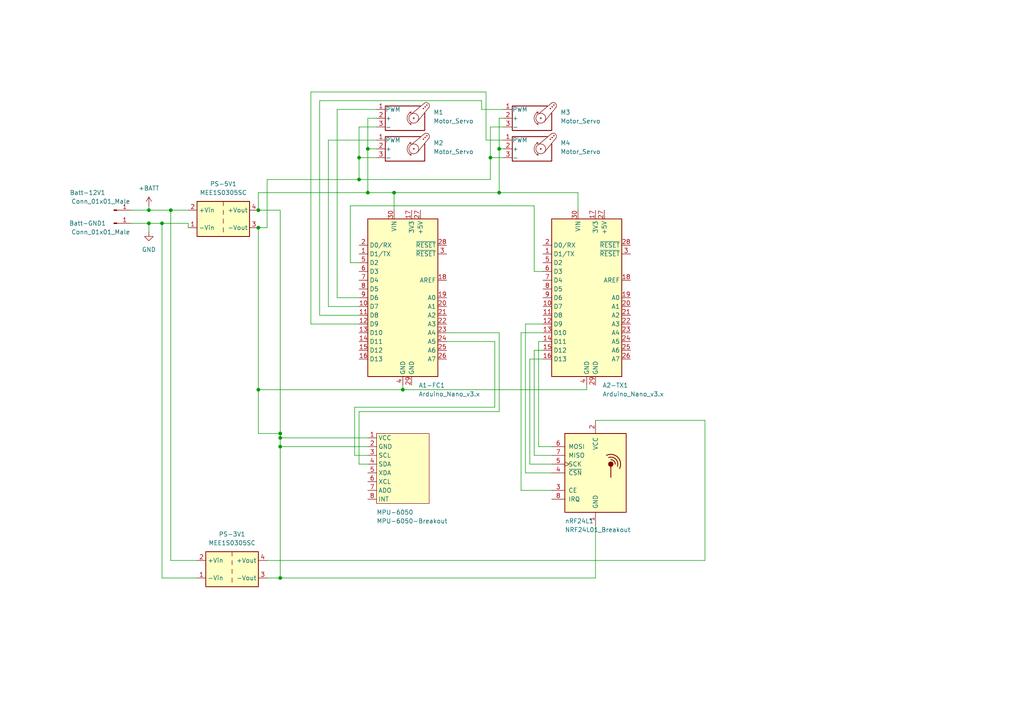
<source format=kicad_sch>
(kicad_sch (version 20211123) (generator eeschema)
  (paper "A4")
  (lib_symbols
    (symbol "Connector:Conn_01x01_Male" (pin_names (offset 1.016) hide)
      (property "Reference" "J" (at 0 2.54 0))
      (property "Value" "Conn_01x01_Male" (at 0 -2.54 0))
      (symbol "Conn_01x01_Male_1_1"
        (polyline (pts (xy 1.27 0) (xy 0.8636 0)) (stroke (width 0.1524)))
        (rectangle (start 0.8636 0.127) (end 0 -0.127) (stroke (width 0.1524)) (fill (type outline)))
        (pin passive line (at 5.08 0 180) (length 3.81) (name "Pin_1") (number "1"))
      )
    )
    (symbol "Converter_DCDC:MEE1S0305SC"
      (property "Reference" "PS" (at -7.62 6.35 0))
      (property "Value" "MEE1S0305SC" (at 1.27 6.35 0))
      (symbol "MEE1S0305SC_0_0"
        (pin power_in line (at -10.16 -2.54 0) (length 2.54) (name "-Vin") (number "1"))
        (pin power_in line (at -10.16 2.54 0) (length 2.54) (name "+Vin") (number "2"))
        (pin power_out line (at 10.16 -2.54 180) (length 2.54) (name "-Vout") (number "3"))
        (pin power_out line (at 10.16 2.54 180) (length 2.54) (name "+Vout") (number "4"))
      )
      (symbol "MEE1S0305SC_0_1"
        (rectangle (start -7.62 5.08) (end 7.62 -5.08) (stroke (width 0.254)) (fill (type background)))
        (polyline (pts (xy 0 -2.54) (xy 0 -3.81)))
        (polyline (pts (xy 0 0) (xy 0 -1.27)))
        (polyline (pts (xy 0 2.54) (xy 0 1.27)))
        (polyline (pts (xy 0 5.08) (xy 0 3.81)))
      )
    )
    (symbol "MCU_Module:Arduino_Nano_v3.x"
      (property "Reference" "A" (at -10.16 23.495 0))
      (property "Value" "Arduino_Nano_v3.x" (at 5.08 -24.13 0))
      (symbol "Arduino_Nano_v3.x_0_1"
        (rectangle (start -10.16 22.86) (end 10.16 -22.86) (stroke (width 0.254)) (fill (type background)))
      )
      (symbol "Arduino_Nano_v3.x_1_1"
        (pin bidirectional line (at -12.7 12.7 0) (length 2.54) (name "D1/TX") (number "1"))
        (pin bidirectional line (at -12.7 -2.54 0) (length 2.54) (name "D7") (number "10"))
        (pin bidirectional line (at -12.7 -5.08 0) (length 2.54) (name "D8") (number "11"))
        (pin bidirectional line (at -12.7 -7.62 0) (length 2.54) (name "D9") (number "12"))
        (pin bidirectional line (at -12.7 -10.16 0) (length 2.54) (name "D10") (number "13"))
        (pin bidirectional line (at -12.7 -12.7 0) (length 2.54) (name "D11") (number "14"))
        (pin bidirectional line (at -12.7 -15.24 0) (length 2.54) (name "D12") (number "15"))
        (pin bidirectional line (at -12.7 -17.78 0) (length 2.54) (name "D13") (number "16"))
        (pin power_out line (at 2.54 25.4 270) (length 2.54) (name "3V3") (number "17"))
        (pin input line (at 12.7 5.08 180) (length 2.54) (name "AREF") (number "18"))
        (pin bidirectional line (at 12.7 0 180) (length 2.54) (name "A0") (number "19"))
        (pin bidirectional line (at -12.7 15.24 0) (length 2.54) (name "D0/RX") (number "2"))
        (pin bidirectional line (at 12.7 -2.54 180) (length 2.54) (name "A1") (number "20"))
        (pin bidirectional line (at 12.7 -5.08 180) (length 2.54) (name "A2") (number "21"))
        (pin bidirectional line (at 12.7 -7.62 180) (length 2.54) (name "A3") (number "22"))
        (pin bidirectional line (at 12.7 -10.16 180) (length 2.54) (name "A4") (number "23"))
        (pin bidirectional line (at 12.7 -12.7 180) (length 2.54) (name "A5") (number "24"))
        (pin bidirectional line (at 12.7 -15.24 180) (length 2.54) (name "A6") (number "25"))
        (pin bidirectional line (at 12.7 -17.78 180) (length 2.54) (name "A7") (number "26"))
        (pin power_out line (at 5.08 25.4 270) (length 2.54) (name "+5V") (number "27"))
        (pin input line (at 12.7 15.24 180) (length 2.54) (name "~{RESET}") (number "28"))
        (pin power_in line (at 2.54 -25.4 90) (length 2.54) (name "GND") (number "29"))
        (pin input line (at 12.7 12.7 180) (length 2.54) (name "~{RESET}") (number "3"))
        (pin power_in line (at -2.54 25.4 270) (length 2.54) (name "VIN") (number "30"))
        (pin power_in line (at 0 -25.4 90) (length 2.54) (name "GND") (number "4"))
        (pin bidirectional line (at -12.7 10.16 0) (length 2.54) (name "D2") (number "5"))
        (pin bidirectional line (at -12.7 7.62 0) (length 2.54) (name "D3") (number "6"))
        (pin bidirectional line (at -12.7 5.08 0) (length 2.54) (name "D4") (number "7"))
        (pin bidirectional line (at -12.7 2.54 0) (length 2.54) (name "D5") (number "8"))
        (pin bidirectional line (at -12.7 0 0) (length 2.54) (name "D6") (number "9"))
      )
    )
    (symbol "Motor:Motor_Servo" (pin_names (offset 0.0254))
      (property "Reference" "M" (at -5.08 4.445 0))
      (property "Value" "Motor_Servo" (at -5.08 -4.064 0))
      (symbol "Motor_Servo_0_1"
        (polyline (pts (xy 2.413 -1.778) (xy 2.032 -1.778)))
        (polyline (pts (xy 2.413 -1.778) (xy 2.286 -1.397)))
        (polyline (pts (xy 2.413 1.778) (xy 1.905 1.778)))
        (polyline (pts (xy 2.413 1.778) (xy 2.286 1.397)))
        (polyline (pts (xy 6.35 4.445) (xy 2.54 1.27)))
        (polyline (pts (xy 7.62 3.175) (xy 4.191 -1.016)))
        (polyline (pts (xy 5.08 3.556) (xy -5.08 3.556) (xy -5.08 -3.556) (xy 6.35 -3.556) (xy 6.35 1.524)) (stroke (width 0.254)))
        (arc (start 2.413 1.778) (mid 1.2406 0) (end 2.413 -1.778))
        (circle (center 3.175 0) (radius 0.1778))
        (circle (center 3.175 0) (radius 1.4224))
        (circle (center 5.969 2.794) (radius 0.127))
        (circle (center 6.477 3.302) (radius 0.127))
        (circle (center 6.985 3.81) (radius 0.127))
        (arc (start 7.62 3.175) (mid 7.4485 4.2735) (end 6.35 4.445))
      )
      (symbol "Motor_Servo_1_1"
        (pin passive line (at -7.62 2.54 0) (length 2.54) (name "PWM") (number "1"))
        (pin passive line (at -7.62 0 0) (length 2.54) (name "+") (number "2"))
        (pin passive line (at -7.62 -2.54 0) (length 2.54) (name "-") (number "3"))
      )
    )
    (symbol "RF:NRF24L01_Breakout" (pin_names (offset 1.016))
      (property "Reference" "U" (at -8.89 12.7 0))
      (property "Value" "NRF24L01_Breakout" (at 3.81 12.7 0))
      (symbol "NRF24L01_Breakout_0_1"
        (rectangle (start -8.89 11.43) (end 8.89 -11.43) (stroke (width 0.254)) (fill (type background)))
        (polyline (pts (xy 4.445 1.905) (xy 4.445 -1.27)) (stroke (width 0.254)))
        (circle (center 4.445 2.54) (radius 0.635) (stroke (width 0.254)) (fill (type outline)))
        (arc (start 5.715 2.54) (mid 5.3521 3.4546) (end 4.445 3.81) (stroke (width 0.254)))
        (arc (start 6.35 1.905) (mid 5.8763 3.9854) (end 3.81 4.445) (stroke (width 0.254)))
        (arc (start 6.985 1.27) (mid 6.453 4.548) (end 3.175 5.08) (stroke (width 0.254)))
      )
      (symbol "NRF24L01_Breakout_1_1"
        (pin power_in line (at 0 -15.24 90) (length 3.81) (name "GND") (number "1"))
        (pin power_in line (at 0 15.24 270) (length 3.81) (name "VCC") (number "2"))
        (pin input line (at -12.7 -5.08 0) (length 3.81) (name "CE") (number "3"))
        (pin input line (at -12.7 0 0) (length 3.81) (name "~{CSN}") (number "4"))
        (pin input clock (at -12.7 2.54 0) (length 3.81) (name "SCK") (number "5"))
        (pin input line (at -12.7 7.62 0) (length 3.81) (name "MOSI") (number "6"))
        (pin output line (at -12.7 5.08 0) (length 3.81) (name "MISO") (number "7"))
        (pin output line (at -12.7 -7.62 0) (length 3.81) (name "IRQ") (number "8"))
      )
    )
    (symbol "Sensor_Motion:MPU-6050-Breakout"
      (property "Reference" "MPU-6050-Arduino" (at 29.21 3.81 0))
      (property "Value" "MPU-6050-Breakout" (at -26.67 6.35 0))
      (symbol "MPU-6050-Breakout_0_0"
        (pin power_in line (at -10.16 8.89 0) (length 2.54) (name "VCC") (number "1"))
        (pin power_in line (at -10.16 6.35 0) (length 2.54) (name "GND") (number "2"))
        (pin unspecified line (at -10.16 3.81 0) (length 2.54) (name "SCL") (number "3"))
        (pin unspecified line (at -10.16 1.27 0) (length 2.54) (name "SDA") (number "4"))
        (pin unspecified line (at -10.16 -1.27 0) (length 2.54) (name "XDA") (number "5"))
        (pin unspecified line (at -10.16 -3.81 0) (length 2.54) (name "XCL") (number "6"))
        (pin unspecified line (at -10.16 -6.35 0) (length 2.54) (name "ADO") (number "7"))
        (pin unspecified line (at -10.16 -8.89 0) (length 2.54) (name "INT") (number "8"))
      )
      (symbol "MPU-6050-Breakout_0_1"
        (rectangle (start -7.62 10.16) (end 7.62 -10.16) (fill (type background)))
      )
    )
    (symbol "power:+BATT" (power) (pin_names (offset 0))
      (property "Value" "+BATT" (at 0 3.556 0))
      (symbol "+BATT_0_1"
        (polyline (pts (xy -0.762 1.27) (xy 0 2.54)))
        (polyline (pts (xy 0 0) (xy 0 2.54)))
        (polyline (pts (xy 0 2.54) (xy 0.762 1.27)))
      )
      (symbol "+BATT_1_1"
        (pin power_in line (at 0 0 90) (length 0) hide (name "+BATT") (number "1"))
      )
    )
    (symbol "power:GND" (power) (pin_names (offset 0))
      (property "Value" "GND" (at 0 -3.81 0))
      (symbol "GND_0_1"
        (polyline (pts (xy 0 0) (xy 0 -1.27) (xy 1.27 -1.27) (xy 0 -2.54) (xy -1.27 -1.27) (xy 0 -1.27)))
      )
      (symbol "GND_1_1"
        (pin power_in line (at 0 0 270) (length 0) hide (name "GND") (number "1"))
      )
    )
  )
  (junction (at 144.78 43.18))
  (junction (at 74.93 66.04))
  (junction (at 81.28 125.73))
  (junction (at 74.93 113.03))
  (junction (at 104.14 45.72))
  (junction (at 114.3 55.88))
  (junction (at 81.28 167.64))
  (junction (at 49.53 60.96))
  (junction (at 116.84 113.03))
  (junction (at 106.68 55.88))
  (junction (at 106.68 43.18))
  (junction (at 142.24 45.72))
  (junction (at 104.14 52.07))
  (junction (at 144.78 55.88))
  (junction (at 43.18 60.96))
  (junction (at 81.28 129.54))
  (junction (at 46.99 64.77))
  (junction (at 81.28 127))
  (junction (at 43.18 64.77))
  (junction (at 74.93 60.96))
  (wire (pts (xy 144.78 119.38) (xy 144.78 96.52)))
  (wire (pts (xy 146.05 34.29) (xy 144.78 34.29)))
  (wire (pts (xy 104.14 36.83) (xy 104.14 45.72)))
  (wire (pts (xy 90.17 26.67) (xy 90.17 93.98)))
  (wire (pts (xy 142.24 45.72) (xy 142.24 52.07)))
  (wire (pts (xy 81.28 167.64) (xy 77.47 167.64)))
  (wire (pts (xy 81.28 125.73) (xy 74.93 125.73)))
  (wire (pts (xy 109.22 40.64) (xy 95.25 40.64)))
  (wire (pts (xy 74.93 125.73) (xy 74.93 113.03)))
  (wire (pts (xy 152.4 137.16) (xy 152.4 93.98)))
  (wire (pts (xy 144.78 55.88) (xy 167.64 55.88)))
  (wire (pts (xy 154.94 132.08) (xy 154.94 101.6)))
  (wire (pts (xy 146.05 43.18) (xy 144.78 43.18)))
  (wire (pts (xy 160.02 134.62) (xy 153.67 134.62)))
  (wire (pts (xy 204.47 162.56) (xy 77.47 162.56)))
  (wire (pts (xy 146.05 36.83) (xy 142.24 36.83)))
  (wire (pts (xy 109.22 36.83) (xy 104.14 36.83)))
  (wire (pts (xy 102.87 118.11) (xy 102.87 132.08)))
  (wire (pts (xy 49.53 162.56) (xy 57.15 162.56)))
  (wire (pts (xy 114.3 55.88) (xy 106.68 55.88)))
  (wire (pts (xy 151.13 96.52) (xy 157.48 96.52)))
  (wire (pts (xy 95.25 88.9) (xy 104.14 88.9)))
  (wire (pts (xy 114.3 55.88) (xy 144.78 55.88)))
  (wire (pts (xy 154.94 101.6) (xy 157.48 101.6)))
  (wire (pts (xy 140.97 26.67) (xy 90.17 26.67)))
  (wire (pts (xy 46.99 64.77) (xy 54.61 64.77)))
  (wire (pts (xy 160.02 129.54) (xy 156.21 129.54)))
  (wire (pts (xy 142.24 36.83) (xy 142.24 45.72)))
  (wire (pts (xy 109.22 43.18) (xy 106.68 43.18)))
  (wire (pts (xy 81.28 60.96) (xy 81.28 125.73)))
  (wire (pts (xy 77.47 52.07) (xy 77.47 66.04)))
  (wire (pts (xy 104.14 52.07) (xy 77.47 52.07)))
  (wire (pts (xy 95.25 40.64) (xy 95.25 88.9)))
  (wire (pts (xy 106.68 129.54) (xy 81.28 129.54)))
  (wire (pts (xy 43.18 64.77) (xy 46.99 64.77)))
  (wire (pts (xy 142.24 52.07) (xy 104.14 52.07)))
  (wire (pts (xy 160.02 132.08) (xy 154.94 132.08)))
  (wire (pts (xy 153.67 104.14) (xy 157.48 104.14)))
  (wire (pts (xy 154.94 78.74) (xy 154.94 59.69)))
  (wire (pts (xy 74.93 55.88) (xy 74.93 60.96)))
  (wire (pts (xy 104.14 119.38) (xy 144.78 119.38)))
  (wire (pts (xy 74.93 66.04) (xy 74.93 113.03)))
  (wire (pts (xy 144.78 96.52) (xy 129.54 96.52)))
  (wire (pts (xy 81.28 127) (xy 106.68 127)))
  (wire (pts (xy 114.3 55.88) (xy 114.3 60.96)))
  (wire (pts (xy 146.05 31.75) (xy 139.7 31.75)))
  (wire (pts (xy 101.6 59.69) (xy 154.94 59.69)))
  (wire (pts (xy 172.72 152.4) (xy 172.72 167.64)))
  (wire (pts (xy 77.47 66.04) (xy 74.93 66.04)))
  (wire (pts (xy 157.48 78.74) (xy 154.94 78.74)))
  (wire (pts (xy 102.87 132.08) (xy 106.68 132.08)))
  (wire (pts (xy 153.67 134.62) (xy 153.67 104.14)))
  (wire (pts (xy 106.68 55.88) (xy 74.93 55.88)))
  (wire (pts (xy 160.02 137.16) (xy 152.4 137.16)))
  (wire (pts (xy 116.84 113.03) (xy 116.84 111.76)))
  (wire (pts (xy 81.28 60.96) (xy 74.93 60.96)))
  (wire (pts (xy 102.87 118.11) (xy 143.51 118.11)))
  (wire (pts (xy 106.68 34.29) (xy 106.68 43.18)))
  (wire (pts (xy 74.93 113.03) (xy 116.84 113.03)))
  (wire (pts (xy 156.21 129.54) (xy 156.21 99.06)))
  (wire (pts (xy 109.22 45.72) (xy 104.14 45.72)))
  (wire (pts (xy 146.05 40.64) (xy 140.97 40.64)))
  (wire (pts (xy 139.7 29.21) (xy 92.71 29.21)))
  (wire (pts (xy 167.64 60.96) (xy 167.64 55.88)))
  (wire (pts (xy 116.84 113.03) (xy 170.18 113.03)))
  (wire (pts (xy 90.17 93.98) (xy 104.14 93.98)))
  (wire (pts (xy 101.6 59.69) (xy 101.6 76.2)))
  (wire (pts (xy 54.61 64.77) (xy 54.61 66.04)))
  (wire (pts (xy 104.14 45.72) (xy 104.14 52.07)))
  (wire (pts (xy 172.72 167.64) (xy 81.28 167.64)))
  (wire (pts (xy 106.68 43.18) (xy 106.68 55.88)))
  (wire (pts (xy 104.14 134.62) (xy 106.68 134.62)))
  (wire (pts (xy 81.28 129.54) (xy 81.28 167.64)))
  (wire (pts (xy 152.4 93.98) (xy 157.48 93.98)))
  (wire (pts (xy 139.7 31.75) (xy 139.7 29.21)))
  (wire (pts (xy 54.61 60.96) (xy 49.53 60.96)))
  (wire (pts (xy 170.18 111.76) (xy 170.18 113.03)))
  (wire (pts (xy 49.53 60.96) (xy 43.18 60.96)))
  (wire (pts (xy 43.18 59.69) (xy 43.18 60.96)))
  (wire (pts (xy 104.14 119.38) (xy 104.14 134.62)))
  (wire (pts (xy 160.02 142.24) (xy 151.13 142.24)))
  (wire (pts (xy 140.97 40.64) (xy 140.97 26.67)))
  (wire (pts (xy 46.99 64.77) (xy 46.99 167.64)))
  (wire (pts (xy 204.47 121.92) (xy 204.47 162.56)))
  (wire (pts (xy 144.78 43.18) (xy 144.78 55.88)))
  (wire (pts (xy 142.24 45.72) (xy 146.05 45.72)))
  (wire (pts (xy 144.78 34.29) (xy 144.78 43.18)))
  (wire (pts (xy 97.79 86.36) (xy 104.14 86.36)))
  (wire (pts (xy 81.28 129.54) (xy 81.28 127)))
  (wire (pts (xy 97.79 31.75) (xy 97.79 86.36)))
  (wire (pts (xy 38.1 60.96) (xy 43.18 60.96)))
  (wire (pts (xy 156.21 99.06) (xy 157.48 99.06)))
  (wire (pts (xy 92.71 29.21) (xy 92.71 91.44)))
  (wire (pts (xy 109.22 34.29) (xy 106.68 34.29)))
  (wire (pts (xy 109.22 31.75) (xy 97.79 31.75)))
  (wire (pts (xy 151.13 142.24) (xy 151.13 96.52)))
  (wire (pts (xy 81.28 125.73) (xy 81.28 127)))
  (wire (pts (xy 172.72 121.92) (xy 204.47 121.92)))
  (wire (pts (xy 92.71 91.44) (xy 104.14 91.44)))
  (wire (pts (xy 101.6 76.2) (xy 104.14 76.2)))
  (wire (pts (xy 38.1 64.77) (xy 43.18 64.77)))
  (wire (pts (xy 49.53 60.96) (xy 49.53 162.56)))
  (wire (pts (xy 143.51 99.06) (xy 129.54 99.06)))
  (wire (pts (xy 143.51 118.11) (xy 143.51 99.06)))
  (wire (pts (xy 43.18 67.31) (xy 43.18 64.77)))
  (wire (pts (xy 57.15 167.64) (xy 46.99 167.64)))
  (symbol (lib_id "power:GND") (at 43.18 67.31 0) (unit 1)
    (property "Reference" "#PWR0102" (effects hide))
    (property "Value" "GND" (at 43.18 72.39 0))
  )
  (symbol (lib_id "Motor:Motor_Servo") (at 153.67 43.18 0) (unit 1)
    (property "Reference" "M4" (at 162.56 41.4765 0) (effects (justify left)))
    (property "Value" "Motor_Servo" (at 162.56 44.0165 0) (effects (justify left)))
    (property "Footprint" "Connector_PinHeader_2.54mm:PinHeader_1x03_P2.54mm_Vertical" (effects hide))
    (property "Datasheet" "http://forums.parallax.com/uploads/attachments/46831/74481.png" (effects hide))
  )
  (symbol (lib_id "MCU_Module:Arduino_Nano_v3.x") (at 116.84 86.36 0) (unit 1)
    (property "Reference" "A1-FC1" (at 121.3994 111.76 0) (effects (justify left)))
    (property "Value" "Arduino_Nano_v3.x" (at 121.3994 114.3 0) (effects (justify left)))
    (property "Footprint" "Module:Arduino_Nano" (effects hide))
    (property "Datasheet" "http://www.mouser.com/pdfdocs/Gravitech_Arduino_Nano3_0.pdf" (effects hide))
  )
  (symbol (lib_id "Converter_DCDC:MEE1S0305SC") (at 64.77 63.5 0) (unit 1)
    (property "Reference" "PS-5V1" (at 64.77 53.34 0))
    (property "Value" "MEE1S0305SC" (at 64.77 55.88 0))
    (property "Footprint" "Converter_DCDC:Converter_DCDC_Murata_MEE1SxxxxSC_THT" (effects hide))
    (property "Datasheet" "https://power.murata.com/pub/data/power/ncl/kdc_mee1.pdf" (effects hide))
  )
  (symbol (lib_id "Connector:Conn_01x01_Male") (at 33.02 64.77 0) (unit 1)
    (property "Reference" "Batt-GND1" (at 25.4 64.77 0))
    (property "Value" "Conn_01x01_Male" (at 29.21 67.31 0))
    (property "Footprint" "Connector_Wire:SolderWire-1sqmm_1x01_D1.4mm_OD3.9mm" (effects hide))
  )
  (symbol (lib_id "Sensor_Motion:MPU-6050-Breakout") (at 116.84 135.89 0) (unit 1)
    (property "Reference" "MPU-6050" (at 109.22 148.59 0) (effects (justify left)))
    (property "Value" "MPU-6050-Breakout" (at 109.22 151.13 0) (effects (justify left)))
    (property "Footprint" "Sensor_Motion:MPU-6050-Breakout" (effects hide))
  )
  (symbol (lib_id "Motor:Motor_Servo") (at 116.84 34.29 0) (unit 1)
    (property "Reference" "M1" (at 125.73 32.5865 0) (effects (justify left)))
    (property "Value" "Motor_Servo" (at 125.73 35.1265 0) (effects (justify left)))
    (property "Footprint" "Connector_PinHeader_2.54mm:PinHeader_1x03_P2.54mm_Vertical" (effects hide))
    (property "Datasheet" "http://forums.parallax.com/uploads/attachments/46831/74481.png" (effects hide))
  )
  (symbol (lib_id "Motor:Motor_Servo") (at 116.84 43.18 0) (unit 1)
    (property "Reference" "M2" (at 125.73 41.4765 0) (effects (justify left)))
    (property "Value" "Motor_Servo" (at 125.73 44.0165 0) (effects (justify left)))
    (property "Footprint" "Connector_PinHeader_2.54mm:PinHeader_1x03_P2.54mm_Vertical" (effects hide))
    (property "Datasheet" "http://forums.parallax.com/uploads/attachments/46831/74481.png" (effects hide))
  )
  (symbol (lib_id "Converter_DCDC:MEE1S0305SC") (at 67.31 165.1 0) (unit 1)
    (property "Reference" "PS-3V1" (at 67.31 154.94 0))
    (property "Value" "MEE1S0305SC" (at 67.31 157.48 0))
    (property "Footprint" "Converter_DCDC:Converter_DCDC_Murata_MEE1SxxxxSC_THT" (effects hide))
    (property "Datasheet" "https://power.murata.com/pub/data/power/ncl/kdc_mee1.pdf" (effects hide))
  )
  (symbol (lib_id "MCU_Module:Arduino_Nano_v3.x") (at 170.18 86.36 0) (unit 1)
    (property "Reference" "A2-TX1" (at 174.7394 111.76 0) (effects (justify left)))
    (property "Value" "Arduino_Nano_v3.x" (at 174.7394 114.3 0) (effects (justify left)))
    (property "Footprint" "Module:Arduino_Nano" (effects hide))
    (property "Datasheet" "http://www.mouser.com/pdfdocs/Gravitech_Arduino_Nano3_0.pdf" (effects hide))
  )
  (symbol (lib_id "Connector:Conn_01x01_Male") (at 33.02 60.96 0) (unit 1)
    (property "Reference" "Batt-12V1" (at 25.4 55.88 0))
    (property "Value" "Conn_01x01_Male" (at 29.21 58.42 0))
    (property "Footprint" "Connector_Wire:SolderWire-1sqmm_1x01_D1.4mm_OD3.9mm" (effects hide))
  )
  (symbol (lib_id "Motor:Motor_Servo") (at 153.67 34.29 0) (unit 1)
    (property "Reference" "M3" (at 162.56 32.5865 0) (effects (justify left)))
    (property "Value" "Motor_Servo" (at 162.56 35.1265 0) (effects (justify left)))
    (property "Footprint" "Connector_PinHeader_2.54mm:PinHeader_1x03_P2.54mm_Vertical" (effects hide))
    (property "Datasheet" "http://forums.parallax.com/uploads/attachments/46831/74481.png" (effects hide))
  )
  (symbol (lib_id "power:+BATT") (at 43.18 59.69 0) (unit 1)
    (property "Reference" "#PWR0101" (effects hide))
    (property "Value" "+BATT" (at 43.18 54.61 0))
  )
  (symbol (lib_id "RF:NRF24L01_Breakout") (at 172.72 137.16 0) (unit 1)
    (property "Reference" "nRF24L1" (at 163.83 151.13 0) (effects (justify left)))
    (property "Value" "NRF24L01_Breakout" (at 163.83 153.67 0) (effects (justify left)))
    (property "Footprint" "RF_Module:nRF24L01_Breakout" (effects hide))
    (property "Datasheet" "http://www.nordicsemi.com/eng/content/download/2730/34105/file/nRF24L01_Product_Specification_v2_0.pdf" (effects hide))
  )
)
</source>
